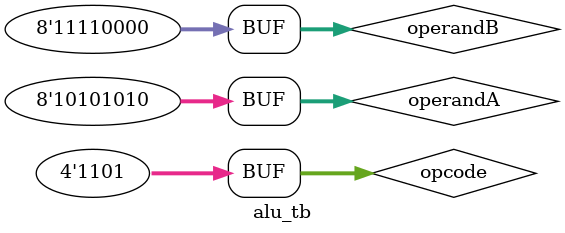
<source format=sv>
module alu_tb;

    // Inputs to the ALU
    reg [3:0] opcode;
    reg [7:0] operandA;
    reg [7:0] operandB;

    // Output from the ALU
    wire [7:0] result;

    // Instantiate the ALU module
    alu uut (
        .opcode(opcode),
        .operandA(operandA),
        .operandB(operandB),
        .result(result)
    );


    initial begin
       
        opcode = 4'b0000;
        operandA = 8'h00;
        operandB = 8'h00;
        #10;
        
        // Test 2: ADD
        opcode = 4'b0001;
        operandA = 8'h05;
        operandB = 8'h03;
        #10;
    
        // Test 3: SUB
        opcode = 4'b0010;
        operandA = 8'h05;
        operandB = 8'h03;
        #10;
      
        // Test 4: AND
        opcode = 4'b0011;
        operandA = 8'h0F;
        operandB = 8'hF0;
        #10;

        // Test 5: OR
        opcode = 4'b0100;
        operandA = 8'h0F;
        operandB = 8'hF0;
        #10;

        // Test 6: XOR
        opcode = 4'b0101;
        operandA = 8'h0F;
        operandB = 8'hF0;
        #10;

        // Test 7: INC
        opcode = 4'b0110;
        operandA = 8'h05;
        #10;

        // Test 8: DEC
        opcode = 4'b0111;
        operandA = 8'h05;
        #10;

        // Test 9: NOT
        opcode = 4'b1000;
        operandA = 8'hAA;
        #10;

        // Test 10: NEG
        opcode = 4'b1001;
        operandA = 8'h05;
        #10;

        // Test 11: SHR (Shift Right)
        opcode = 4'b1010;
        operandA = 8'hAA;
        #10;

        // Test 12: SHL (Shift Left)
        opcode = 4'b1011;
        operandA = 8'hAA;
        #10;

        // Test 13: ROR (Rotate Right)
        opcode = 4'b1100;
        operandA = 8'hAA;
        #10;

        // Test 14: ROL (Rotate Left)
        opcode = 4'b1101;
        operandA = 8'hAA;
        #10;
    end

endmodule

</source>
